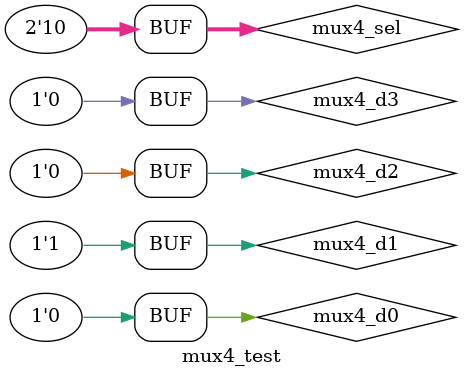
<source format=sv>
module mux4_test;
    logic mux4_d0;
    logic mux4_d1;
    logic mux4_d2;
    logic mux4_d3;
    logic [1:0] mux4_sel;
    logic mux4_z;

    mux4 uut (
        .d0(mux4_d0), .d1(mux4_d1), .d2(mux4_d2), .d3(mux4_d3), .sel(mux4_sel), .z(mux4_z)
    );

    initial begin
        mux4_d0 = 1'b0;
        mux4_d1 = 1'b1;
        mux4_d2 = 1'b1;
        mux4_d3 = 1'b1;
        mux4_sel = 2'b00;
        //mux4_sel[1] = 1'b0;
        #70
        mux4_d0 = 1'b1; //out 1
        #70
        mux4_d0 = 1'b0; //out 0
        //more tests
        #500
        mux4_d1 = 1'b0; //out 0
        #500
        mux4_sel = 2'b01; //out 0
        #500
        mux4_d1 = 1'b1; //out 1
        #500
        mux4_d3 = 1'b0; //out 1
        #500
        mux4_sel = 2'b11; //out 0
        #500
        mux4_sel = 2'b10; //out 1
         #500
        mux4_d2 = 1'b0; //out o

    end

        
endmodule

</source>
